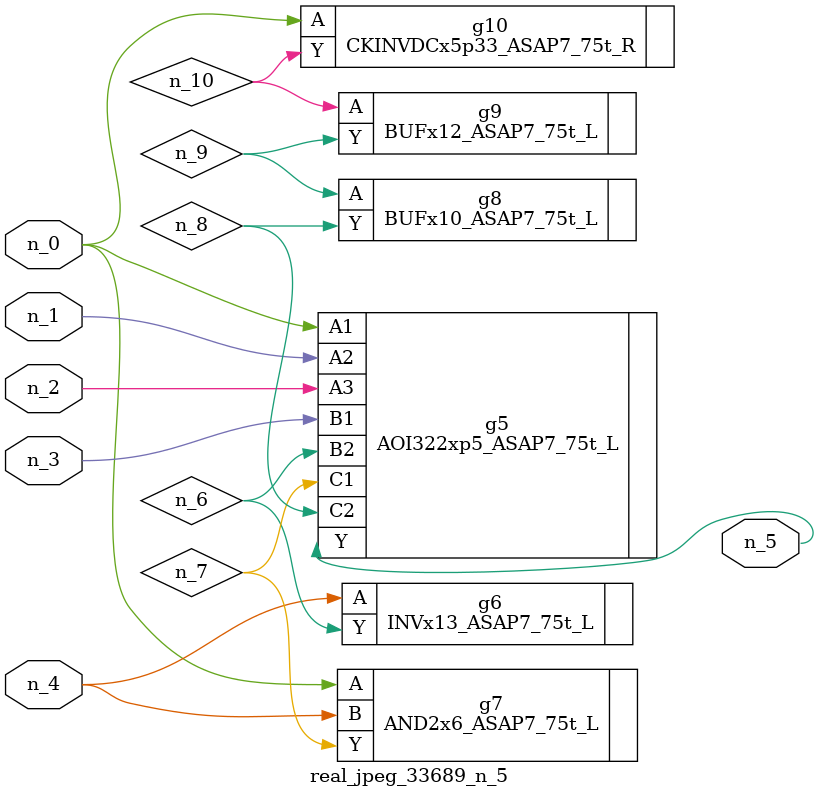
<source format=v>
module real_jpeg_33689_n_5 (n_4, n_0, n_1, n_2, n_3, n_5);

input n_4;
input n_0;
input n_1;
input n_2;
input n_3;

output n_5;

wire n_8;
wire n_6;
wire n_7;
wire n_10;
wire n_9;

AOI322xp5_ASAP7_75t_L g5 ( 
.A1(n_0),
.A2(n_1),
.A3(n_2),
.B1(n_3),
.B2(n_6),
.C1(n_7),
.C2(n_8),
.Y(n_5)
);

AND2x6_ASAP7_75t_L g7 ( 
.A(n_0),
.B(n_4),
.Y(n_7)
);

CKINVDCx5p33_ASAP7_75t_R g10 ( 
.A(n_0),
.Y(n_10)
);

INVx13_ASAP7_75t_L g6 ( 
.A(n_4),
.Y(n_6)
);

BUFx10_ASAP7_75t_L g8 ( 
.A(n_9),
.Y(n_8)
);

BUFx12_ASAP7_75t_L g9 ( 
.A(n_10),
.Y(n_9)
);


endmodule
</source>
